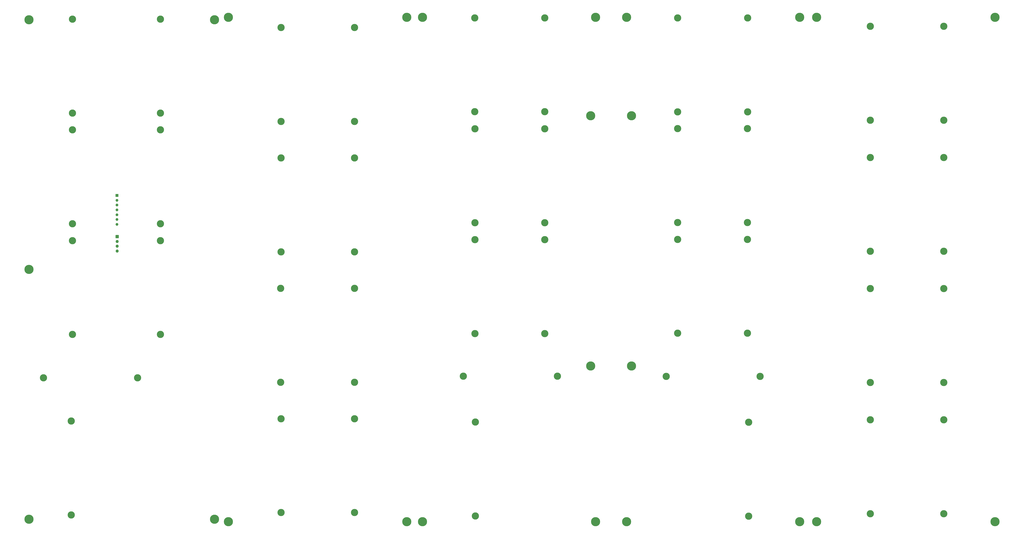
<source format=gbs>
%TF.GenerationSoftware,KiCad,Pcbnew,9.0.1*%
%TF.CreationDate,2025-04-22T22:33:04-07:00*%
%TF.ProjectId,FlexDeploySidePanels,466c6578-4465-4706-9c6f-795369646550,3.3*%
%TF.SameCoordinates,Original*%
%TF.FileFunction,Soldermask,Bot*%
%TF.FilePolarity,Negative*%
%FSLAX46Y46*%
G04 Gerber Fmt 4.6, Leading zero omitted, Abs format (unit mm)*
G04 Created by KiCad (PCBNEW 9.0.1) date 2025-04-22 22:33:04*
%MOMM*%
%LPD*%
G01*
G04 APERTURE LIST*
G04 Aperture macros list*
%AMRoundRect*
0 Rectangle with rounded corners*
0 $1 Rounding radius*
0 $2 $3 $4 $5 $6 $7 $8 $9 X,Y pos of 4 corners*
0 Add a 4 corners polygon primitive as box body*
4,1,4,$2,$3,$4,$5,$6,$7,$8,$9,$2,$3,0*
0 Add four circle primitives for the rounded corners*
1,1,$1+$1,$2,$3*
1,1,$1+$1,$4,$5*
1,1,$1+$1,$6,$7*
1,1,$1+$1,$8,$9*
0 Add four rect primitives between the rounded corners*
20,1,$1+$1,$2,$3,$4,$5,0*
20,1,$1+$1,$4,$5,$6,$7,0*
20,1,$1+$1,$6,$7,$8,$9,0*
20,1,$1+$1,$8,$9,$2,$3,0*%
G04 Aperture macros list end*
%ADD10C,3.000000*%
%ADD11R,1.150000X1.150000*%
%ADD12C,1.150000*%
%ADD13C,2.600000*%
%ADD14C,3.800000*%
%ADD15RoundRect,0.076200X-0.575000X0.575000X-0.575000X-0.575000X0.575000X-0.575000X0.575000X0.575000X0*%
%ADD16C,1.302400*%
G04 APERTURE END LIST*
D10*
%TO.C,SC1*%
X471950000Y-308454797D03*
X471950000Y-269454797D03*
%TD*%
%TO.C,SC21*%
X306400000Y-141450000D03*
X306400000Y-102450000D03*
%TD*%
%TO.C,SC38*%
X147000000Y-141999000D03*
X147000000Y-102999000D03*
%TD*%
D11*
%TO.C,J1*%
X128950000Y-176249999D03*
D12*
X128950000Y-178250000D03*
X128950000Y-180249999D03*
X128950000Y-182250000D03*
X128950000Y-184249998D03*
X128950000Y-186249999D03*
X128950000Y-188249998D03*
%TD*%
D10*
%TO.C,SC18*%
X277450000Y-194650000D03*
X277450000Y-233650000D03*
%TD*%
%TO.C,SC13*%
X390600000Y-141500000D03*
X390600000Y-102500000D03*
%TD*%
D13*
%TO.C,H18*%
X169450000Y-103250000D03*
D14*
X169450000Y-103250000D03*
%TD*%
D10*
%TO.C,SC17*%
X272650000Y-251300000D03*
X311650000Y-251300000D03*
%TD*%
%TO.C,SC11*%
X361500000Y-148500000D03*
X361500000Y-187500000D03*
%TD*%
%TO.C,SC25*%
X197000000Y-269000000D03*
X197000000Y-308000000D03*
%TD*%
D13*
%TO.C,H21*%
X92450000Y-310750000D03*
D14*
X92450000Y-310750000D03*
%TD*%
D10*
%TO.C,SC34*%
X98500000Y-252000000D03*
X137500000Y-252000000D03*
%TD*%
D13*
%TO.C,H8*%
X340400000Y-311750000D03*
D14*
X340400000Y-311750000D03*
%TD*%
D10*
%TO.C,SC20*%
X277400000Y-102450000D03*
X277400000Y-141450000D03*
%TD*%
%TO.C,SC6*%
X441450000Y-160454797D03*
X441450000Y-199454797D03*
%TD*%
%TO.C,SC10*%
X361500000Y-194500000D03*
X361500000Y-233500000D03*
%TD*%
D13*
%TO.C,H1*%
X493200000Y-311750000D03*
D14*
X493200000Y-311750000D03*
%TD*%
D10*
%TO.C,SC30*%
X227500000Y-199666666D03*
X227500000Y-160666666D03*
%TD*%
D13*
%TO.C,H9*%
X327500000Y-311750000D03*
D14*
X327500000Y-311750000D03*
%TD*%
D13*
%TO.C,H5*%
X412200000Y-311750000D03*
D14*
X412200000Y-311750000D03*
%TD*%
D13*
%TO.C,H7*%
X340400000Y-102250000D03*
D14*
X340400000Y-102250000D03*
%TD*%
D13*
%TO.C,H24*%
X342400000Y-247100000D03*
D14*
X342400000Y-247100000D03*
%TD*%
D10*
%TO.C,SC16*%
X391000000Y-309510000D03*
X391000000Y-270510000D03*
%TD*%
D13*
%TO.C,H16*%
X175200000Y-311750000D03*
D14*
X175200000Y-311750000D03*
%TD*%
D10*
%TO.C,SC9*%
X395750000Y-251460000D03*
X356750000Y-251460000D03*
%TD*%
D13*
%TO.C,H14*%
X249200000Y-102250000D03*
D14*
X249200000Y-102250000D03*
%TD*%
D10*
%TO.C,SC26*%
X196850000Y-214833332D03*
X196850000Y-253833332D03*
%TD*%
D13*
%TO.C,H6*%
X412200000Y-102250000D03*
D14*
X412200000Y-102250000D03*
%TD*%
D13*
%TO.C,H22*%
X342400000Y-143100000D03*
D14*
X342400000Y-143100000D03*
%TD*%
D13*
%TO.C,H13*%
X249200000Y-311750000D03*
D14*
X249200000Y-311750000D03*
%TD*%
D13*
%TO.C,H19*%
X92456000Y-103251000D03*
D14*
X92456000Y-103251000D03*
%TD*%
D10*
%TO.C,SC7*%
X441450000Y-214954797D03*
X441450000Y-253954797D03*
%TD*%
D13*
%TO.C,H25*%
X325500000Y-247100000D03*
D14*
X325500000Y-247100000D03*
%TD*%
D10*
%TO.C,SC14*%
X390500000Y-187500000D03*
X390500000Y-148500000D03*
%TD*%
D15*
%TO.C,J4*%
X129000000Y-193350000D03*
D16*
X129000000Y-195350000D03*
X129000000Y-197350000D03*
X129000000Y-199350000D03*
%TD*%
D13*
%TO.C,H4*%
X419220000Y-311750000D03*
D14*
X419220000Y-311750000D03*
%TD*%
D10*
%TO.C,SC37*%
X110500000Y-103000000D03*
X110500000Y-142000000D03*
%TD*%
%TO.C,SC39*%
X147000000Y-188000000D03*
X147000000Y-149000000D03*
%TD*%
%TO.C,SC35*%
X110500000Y-195000000D03*
X110500000Y-234000000D03*
%TD*%
D13*
%TO.C,H23*%
X325500000Y-143100000D03*
D14*
X325500000Y-143100000D03*
%TD*%
D10*
%TO.C,SC15*%
X390500000Y-233500000D03*
X390500000Y-194500000D03*
%TD*%
%TO.C,SC28*%
X197000000Y-106500000D03*
X197000000Y-145500000D03*
%TD*%
%TO.C,SC3*%
X471950000Y-199454797D03*
X471950000Y-160454797D03*
%TD*%
%TO.C,SC32*%
X227500000Y-308000000D03*
X227500000Y-269000000D03*
%TD*%
D13*
%TO.C,H15*%
X175200000Y-102250000D03*
D14*
X175200000Y-102250000D03*
%TD*%
D10*
%TO.C,SC31*%
X227500000Y-253833332D03*
X227500000Y-214833332D03*
%TD*%
%TO.C,SC5*%
X441450000Y-105954797D03*
X441450000Y-144954797D03*
%TD*%
D13*
%TO.C,H12*%
X255700000Y-311750000D03*
D14*
X255700000Y-311750000D03*
%TD*%
D10*
%TO.C,SC19*%
X277450000Y-148550000D03*
X277450000Y-187550000D03*
%TD*%
%TO.C,SC22*%
X306450000Y-187550000D03*
X306450000Y-148550000D03*
%TD*%
D13*
%TO.C,H17*%
X169450000Y-310769000D03*
D14*
X169450000Y-310769000D03*
%TD*%
D10*
%TO.C,SC12*%
X361500000Y-102500000D03*
X361500000Y-141500000D03*
%TD*%
D13*
%TO.C,H3*%
X419200000Y-102250000D03*
D14*
X419200000Y-102250000D03*
%TD*%
D10*
%TO.C,SC8*%
X441450000Y-269454797D03*
X441450000Y-308454797D03*
%TD*%
D13*
%TO.C,H2*%
X493200000Y-102250000D03*
D14*
X493200000Y-102250000D03*
%TD*%
D10*
%TO.C,SC33*%
X110000000Y-270000000D03*
X110000000Y-309000000D03*
%TD*%
%TO.C,SC24*%
X277600000Y-309400000D03*
X277600000Y-270400000D03*
%TD*%
%TO.C,SC4*%
X471950000Y-144954797D03*
X471950000Y-105954797D03*
%TD*%
%TO.C,SC36*%
X110500000Y-149000000D03*
X110500000Y-188000000D03*
%TD*%
D13*
%TO.C,H11*%
X255700000Y-102250000D03*
D14*
X255700000Y-102250000D03*
%TD*%
D13*
%TO.C,H10*%
X327500000Y-102250000D03*
D14*
X327500000Y-102250000D03*
%TD*%
D10*
%TO.C,SC23*%
X306450000Y-233650000D03*
X306450000Y-194650000D03*
%TD*%
%TO.C,SC2*%
X471950000Y-253954797D03*
X471950000Y-214954797D03*
%TD*%
%TO.C,SC40*%
X147000000Y-234000000D03*
X147000000Y-195000000D03*
%TD*%
%TO.C,SC27*%
X197000000Y-160666666D03*
X197000000Y-199666666D03*
%TD*%
D13*
%TO.C,H20*%
X92450000Y-207000000D03*
D14*
X92450000Y-207000000D03*
%TD*%
D10*
%TO.C,SC29*%
X227500000Y-145500000D03*
X227500000Y-106500000D03*
%TD*%
M02*

</source>
